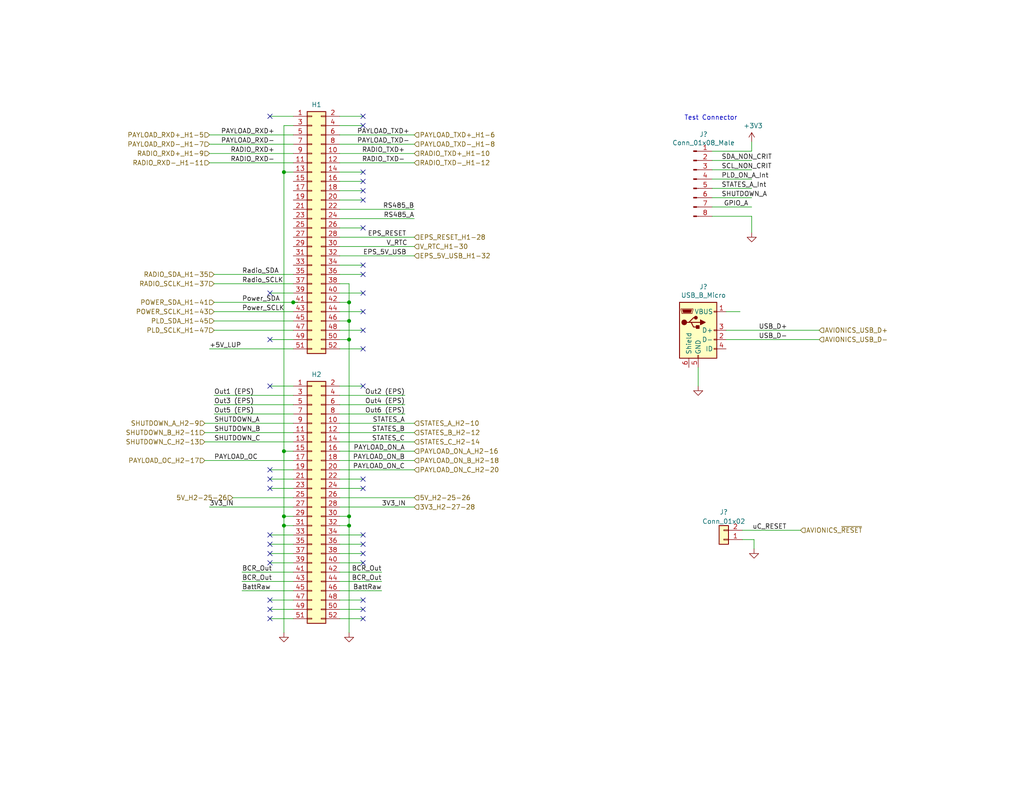
<source format=kicad_sch>
(kicad_sch (version 20211123) (generator eeschema)
  (paper "A")
  (title_block (title "Avionics Board") (rev "A") (company "SilverSat Limited"))
  (lib_symbols
    (symbol "Avionics_Board-rescue:USB_B_Micro-Connector" (pin_names (offset 1.016))
      (property "Reference" "J" (at -5.08 11.43 0))
      (property "Value" "USB_B_Micro-Connector" (at -5.08 8.89 0))
      (symbol "USB_B_Micro-Connector_0_1"
        (rectangle (start -5.08 -7.62) (end 5.08 7.62) (stroke (width 0.254)) (fill (type background)))
        (circle (center -3.81 2.159) (radius 0.635) (stroke (width 0.254)) (fill (type outline)))
        (circle (center -0.635 3.429) (radius 0.381) (stroke (width 0.254)) (fill (type outline)))
        (rectangle (start -0.127 -7.62) (end 0.127 -6.858))
        (polyline (pts (xy -1.905 2.159) (xy 0.635 2.159)) (stroke (width 0.254)))
        (polyline (pts (xy -3.175 2.159) (xy -2.54 2.159) (xy -1.27 3.429) (xy -0.635 3.429)) (stroke (width 0.254)))
        (polyline (pts (xy -2.54 2.159) (xy -1.905 2.159) (xy -1.27 0.889) (xy 0 0.889)) (stroke (width 0.254)))
        (polyline (pts (xy 0.635 2.794) (xy 0.635 1.524) (xy 1.905 2.159) (xy 0.635 2.794)) (stroke (width 0.254)) (fill (type outline)))
        (polyline (pts (xy -4.318 5.588) (xy -1.778 5.588) (xy -2.032 4.826) (xy -4.064 4.826) (xy -4.318 5.588)) (fill (type outline)))
        (polyline (pts (xy -4.699 5.842) (xy -4.699 5.588) (xy -4.445 4.826) (xy -4.445 4.572) (xy -1.651 4.572) (xy -1.651 4.826) (xy -1.397 5.588) (xy -1.397 5.842) (xy -4.699 5.842)))
        (rectangle (start 0.254 1.27) (end -0.508 0.508) (stroke (width 0.254)) (fill (type outline)))
        (rectangle (start 5.08 -5.207) (end 4.318 -4.953))
        (rectangle (start 5.08 -2.667) (end 4.318 -2.413))
        (rectangle (start 5.08 -0.127) (end 4.318 0.127))
        (rectangle (start 5.08 4.953) (end 4.318 5.207))
      )
      (symbol "USB_B_Micro-Connector_1_1"
        (pin power_out line (at 7.62 5.08 180) (length 2.54) (name "VBUS") (number "1"))
        (pin passive line (at 7.62 -2.54 180) (length 2.54) (name "D-") (number "2"))
        (pin passive line (at 7.62 0 180) (length 2.54) (name "D+") (number "3"))
        (pin passive line (at 7.62 -5.08 180) (length 2.54) (name "ID") (number "4"))
        (pin power_out line (at 0 -10.16 90) (length 2.54) (name "GND") (number "5"))
        (pin passive line (at -2.54 -10.16 90) (length 2.54) (name "Shield") (number "6"))
      )
    )
    (symbol "Connector:Conn_01x08_Male" (pin_names (offset 1.016) hide)
      (property "Reference" "J" (at 0 10.16 0))
      (property "Value" "Conn_01x08_Male" (at 0 -12.7 0))
      (symbol "Conn_01x08_Male_1_1"
        (polyline (pts (xy 1.27 -10.16) (xy 0.8636 -10.16)) (stroke (width 0.1524)))
        (polyline (pts (xy 1.27 -7.62) (xy 0.8636 -7.62)) (stroke (width 0.1524)))
        (polyline (pts (xy 1.27 -5.08) (xy 0.8636 -5.08)) (stroke (width 0.1524)))
        (polyline (pts (xy 1.27 -2.54) (xy 0.8636 -2.54)) (stroke (width 0.1524)))
        (polyline (pts (xy 1.27 0) (xy 0.8636 0)) (stroke (width 0.1524)))
        (polyline (pts (xy 1.27 2.54) (xy 0.8636 2.54)) (stroke (width 0.1524)))
        (polyline (pts (xy 1.27 5.08) (xy 0.8636 5.08)) (stroke (width 0.1524)))
        (polyline (pts (xy 1.27 7.62) (xy 0.8636 7.62)) (stroke (width 0.1524)))
        (rectangle (start 0.8636 -10.033) (end 0 -10.287) (stroke (width 0.1524)) (fill (type outline)))
        (rectangle (start 0.8636 -7.493) (end 0 -7.747) (stroke (width 0.1524)) (fill (type outline)))
        (rectangle (start 0.8636 -4.953) (end 0 -5.207) (stroke (width 0.1524)) (fill (type outline)))
        (rectangle (start 0.8636 -2.413) (end 0 -2.667) (stroke (width 0.1524)) (fill (type outline)))
        (rectangle (start 0.8636 0.127) (end 0 -0.127) (stroke (width 0.1524)) (fill (type outline)))
        (rectangle (start 0.8636 2.667) (end 0 2.413) (stroke (width 0.1524)) (fill (type outline)))
        (rectangle (start 0.8636 5.207) (end 0 4.953) (stroke (width 0.1524)) (fill (type outline)))
        (rectangle (start 0.8636 7.747) (end 0 7.493) (stroke (width 0.1524)) (fill (type outline)))
        (pin passive line (at 5.08 7.62 180) (length 3.81) (name "Pin_1") (number "1"))
        (pin passive line (at 5.08 5.08 180) (length 3.81) (name "Pin_2") (number "2"))
        (pin passive line (at 5.08 2.54 180) (length 3.81) (name "Pin_3") (number "3"))
        (pin passive line (at 5.08 0 180) (length 3.81) (name "Pin_4") (number "4"))
        (pin passive line (at 5.08 -2.54 180) (length 3.81) (name "Pin_5") (number "5"))
        (pin passive line (at 5.08 -5.08 180) (length 3.81) (name "Pin_6") (number "6"))
        (pin passive line (at 5.08 -7.62 180) (length 3.81) (name "Pin_7") (number "7"))
        (pin passive line (at 5.08 -10.16 180) (length 3.81) (name "Pin_8") (number "8"))
      )
    )
    (symbol "Connector_Generic:Conn_01x02" (pin_names (offset 1.016) hide)
      (property "Reference" "J" (at 0 2.54 0))
      (property "Value" "Conn_01x02" (at 0 -5.08 0))
      (symbol "Conn_01x02_1_1"
        (rectangle (start -1.27 -2.413) (end 0 -2.667) (stroke (width 0.1524)))
        (rectangle (start -1.27 0.127) (end 0 -0.127) (stroke (width 0.1524)))
        (rectangle (start -1.27 1.27) (end 1.27 -3.81) (stroke (width 0.254)) (fill (type background)))
        (pin passive line (at -5.08 0 0) (length 3.81) (name "Pin_1") (number "1"))
        (pin passive line (at -5.08 -2.54 0) (length 3.81) (name "Pin_2") (number "2"))
      )
    )
    (symbol "Connector_Generic:Conn_02x26_Odd_Even" (pin_names (offset 1.016) hide)
      (property "Reference" "J" (at 1.27 33.02 0))
      (property "Value" "Conn_02x26_Odd_Even" (at 1.27 -35.56 0))
      (symbol "Conn_02x26_Odd_Even_1_1"
        (rectangle (start -1.27 -32.893) (end 0 -33.147) (stroke (width 0.1524)))
        (rectangle (start -1.27 -30.353) (end 0 -30.607) (stroke (width 0.1524)))
        (rectangle (start -1.27 -27.813) (end 0 -28.067) (stroke (width 0.1524)))
        (rectangle (start -1.27 -25.273) (end 0 -25.527) (stroke (width 0.1524)))
        (rectangle (start -1.27 -22.733) (end 0 -22.987) (stroke (width 0.1524)))
        (rectangle (start -1.27 -20.193) (end 0 -20.447) (stroke (width 0.1524)))
        (rectangle (start -1.27 -17.653) (end 0 -17.907) (stroke (width 0.1524)))
        (rectangle (start -1.27 -15.113) (end 0 -15.367) (stroke (width 0.1524)))
        (rectangle (start -1.27 -12.573) (end 0 -12.827) (stroke (width 0.1524)))
        (rectangle (start -1.27 -10.033) (end 0 -10.287) (stroke (width 0.1524)))
        (rectangle (start -1.27 -7.493) (end 0 -7.747) (stroke (width 0.1524)))
        (rectangle (start -1.27 -4.953) (end 0 -5.207) (stroke (width 0.1524)))
        (rectangle (start -1.27 -2.413) (end 0 -2.667) (stroke (width 0.1524)))
        (rectangle (start -1.27 0.127) (end 0 -0.127) (stroke (width 0.1524)))
        (rectangle (start -1.27 2.667) (end 0 2.413) (stroke (width 0.1524)))
        (rectangle (start -1.27 5.207) (end 0 4.953) (stroke (width 0.1524)))
        (rectangle (start -1.27 7.747) (end 0 7.493) (stroke (width 0.1524)))
        (rectangle (start -1.27 10.287) (end 0 10.033) (stroke (width 0.1524)))
        (rectangle (start -1.27 12.827) (end 0 12.573) (stroke (width 0.1524)))
        (rectangle (start -1.27 15.367) (end 0 15.113) (stroke (width 0.1524)))
        (rectangle (start -1.27 17.907) (end 0 17.653) (stroke (width 0.1524)))
        (rectangle (start -1.27 20.447) (end 0 20.193) (stroke (width 0.1524)))
        (rectangle (start -1.27 22.987) (end 0 22.733) (stroke (width 0.1524)))
        (rectangle (start -1.27 25.527) (end 0 25.273) (stroke (width 0.1524)))
        (rectangle (start -1.27 28.067) (end 0 27.813) (stroke (width 0.1524)))
        (rectangle (start -1.27 30.607) (end 0 30.353) (stroke (width 0.1524)))
        (rectangle (start -1.27 31.75) (end 3.81 -34.29) (stroke (width 0.254)) (fill (type background)))
        (rectangle (start 3.81 -32.893) (end 2.54 -33.147) (stroke (width 0.1524)))
        (rectangle (start 3.81 -30.353) (end 2.54 -30.607) (stroke (width 0.1524)))
        (rectangle (start 3.81 -27.813) (end 2.54 -28.067) (stroke (width 0.1524)))
        (rectangle (start 3.81 -25.273) (end 2.54 -25.527) (stroke (width 0.1524)))
        (rectangle (start 3.81 -22.733) (end 2.54 -22.987) (stroke (width 0.1524)))
        (rectangle (start 3.81 -20.193) (end 2.54 -20.447) (stroke (width 0.1524)))
        (rectangle (start 3.81 -17.653) (end 2.54 -17.907) (stroke (width 0.1524)))
        (rectangle (start 3.81 -15.113) (end 2.54 -15.367) (stroke (width 0.1524)))
        (rectangle (start 3.81 -12.573) (end 2.54 -12.827) (stroke (width 0.1524)))
        (rectangle (start 3.81 -10.033) (end 2.54 -10.287) (stroke (width 0.1524)))
        (rectangle (start 3.81 -7.493) (end 2.54 -7.747) (stroke (width 0.1524)))
        (rectangle (start 3.81 -4.953) (end 2.54 -5.207) (stroke (width 0.1524)))
        (rectangle (start 3.81 -2.413) (end 2.54 -2.667) (stroke (width 0.1524)))
        (rectangle (start 3.81 0.127) (end 2.54 -0.127) (stroke (width 0.1524)))
        (rectangle (start 3.81 2.667) (end 2.54 2.413) (stroke (width 0.1524)))
        (rectangle (start 3.81 5.207) (end 2.54 4.953) (stroke (width 0.1524)))
        (rectangle (start 3.81 7.747) (end 2.54 7.493) (stroke (width 0.1524)))
        (rectangle (start 3.81 10.287) (end 2.54 10.033) (stroke (width 0.1524)))
        (rectangle (start 3.81 12.827) (end 2.54 12.573) (stroke (width 0.1524)))
        (rectangle (start 3.81 15.367) (end 2.54 15.113) (stroke (width 0.1524)))
        (rectangle (start 3.81 17.907) (end 2.54 17.653) (stroke (width 0.1524)))
        (rectangle (start 3.81 20.447) (end 2.54 20.193) (stroke (width 0.1524)))
        (rectangle (start 3.81 22.987) (end 2.54 22.733) (stroke (width 0.1524)))
        (rectangle (start 3.81 25.527) (end 2.54 25.273) (stroke (width 0.1524)))
        (rectangle (start 3.81 28.067) (end 2.54 27.813) (stroke (width 0.1524)))
        (rectangle (start 3.81 30.607) (end 2.54 30.353) (stroke (width 0.1524)))
        (pin passive line (at -5.08 30.48 0) (length 3.81) (name "Pin_1") (number "1"))
        (pin passive line (at 7.62 20.32 180) (length 3.81) (name "Pin_10") (number "10"))
        (pin passive line (at -5.08 17.78 0) (length 3.81) (name "Pin_11") (number "11"))
        (pin passive line (at 7.62 17.78 180) (length 3.81) (name "Pin_12") (number "12"))
        (pin passive line (at -5.08 15.24 0) (length 3.81) (name "Pin_13") (number "13"))
        (pin passive line (at 7.62 15.24 180) (length 3.81) (name "Pin_14") (number "14"))
        (pin passive line (at -5.08 12.7 0) (length 3.81) (name "Pin_15") (number "15"))
        (pin passive line (at 7.62 12.7 180) (length 3.81) (name "Pin_16") (number "16"))
        (pin passive line (at -5.08 10.16 0) (length 3.81) (name "Pin_17") (number "17"))
        (pin passive line (at 7.62 10.16 180) (length 3.81) (name "Pin_18") (number "18"))
        (pin passive line (at -5.08 7.62 0) (length 3.81) (name "Pin_19") (number "19"))
        (pin passive line (at 7.62 30.48 180) (length 3.81) (name "Pin_2") (number "2"))
        (pin passive line (at 7.62 7.62 180) (length 3.81) (name "Pin_20") (number "20"))
        (pin passive line (at -5.08 5.08 0) (length 3.81) (name "Pin_21") (number "21"))
        (pin passive line (at 7.62 5.08 180) (length 3.81) (name "Pin_22") (number "22"))
        (pin passive line (at -5.08 2.54 0) (length 3.81) (name "Pin_23") (number "23"))
        (pin passive line (at 7.62 2.54 180) (length 3.81) (name "Pin_24") (number "24"))
        (pin passive line (at -5.08 0 0) (length 3.81) (name "Pin_25") (number "25"))
        (pin passive line (at 7.62 0 180) (length 3.81) (name "Pin_26") (number "26"))
        (pin passive line (at -5.08 -2.54 0) (length 3.81) (name "Pin_27") (number "27"))
        (pin passive line (at 7.62 -2.54 180) (length 3.81) (name "Pin_28") (number "28"))
        (pin passive line (at -5.08 -5.08 0) (length 3.81) (name "Pin_29") (number "29"))
        (pin passive line (at -5.08 27.94 0) (length 3.81) (name "Pin_3") (number "3"))
        (pin passive line (at 7.62 -5.08 180) (length 3.81) (name "Pin_30") (number "30"))
        (pin passive line (at -5.08 -7.62 0) (length 3.81) (name "Pin_31") (number "31"))
        (pin passive line (at 7.62 -7.62 180) (length 3.81) (name "Pin_32") (number "32"))
        (pin passive line (at -5.08 -10.16 0) (length 3.81) (name "Pin_33") (number "33"))
        (pin passive line (at 7.62 -10.16 180) (length 3.81) (name "Pin_34") (number "34"))
        (pin passive line (at -5.08 -12.7 0) (length 3.81) (name "Pin_35") (number "35"))
        (pin passive line (at 7.62 -12.7 180) (length 3.81) (name "Pin_36") (number "36"))
        (pin passive line (at -5.08 -15.24 0) (length 3.81) (name "Pin_37") (number "37"))
        (pin passive line (at 7.62 -15.24 180) (length 3.81) (name "Pin_38") (number "38"))
        (pin passive line (at -5.08 -17.78 0) (length 3.81) (name "Pin_39") (number "39"))
        (pin passive line (at 7.62 27.94 180) (length 3.81) (name "Pin_4") (number "4"))
        (pin passive line (at 7.62 -17.78 180) (length 3.81) (name "Pin_40") (number "40"))
        (pin passive line (at -5.08 -20.32 0) (length 3.81) (name "Pin_41") (number "41"))
        (pin passive line (at 7.62 -20.32 180) (length 3.81) (name "Pin_42") (number "42"))
        (pin passive line (at -5.08 -22.86 0) (length 3.81) (name "Pin_43") (number "43"))
        (pin passive line (at 7.62 -22.86 180) (length 3.81) (name "Pin_44") (number "44"))
        (pin passive line (at -5.08 -25.4 0) (length 3.81) (name "Pin_45") (number "45"))
        (pin passive line (at 7.62 -25.4 180) (length 3.81) (name "Pin_46") (number "46"))
        (pin passive line (at -5.08 -27.94 0) (length 3.81) (name "Pin_47") (number "47"))
        (pin passive line (at 7.62 -27.94 180) (length 3.81) (name "Pin_48") (number "48"))
        (pin passive line (at -5.08 -30.48 0) (length 3.81) (name "Pin_49") (number "49"))
        (pin passive line (at -5.08 25.4 0) (length 3.81) (name "Pin_5") (number "5"))
        (pin passive line (at 7.62 -30.48 180) (length 3.81) (name "Pin_50") (number "50"))
        (pin passive line (at -5.08 -33.02 0) (length 3.81) (name "Pin_51") (number "51"))
        (pin passive line (at 7.62 -33.02 180) (length 3.81) (name "Pin_52") (number "52"))
        (pin passive line (at 7.62 25.4 180) (length 3.81) (name "Pin_6") (number "6"))
        (pin passive line (at -5.08 22.86 0) (length 3.81) (name "Pin_7") (number "7"))
        (pin passive line (at 7.62 22.86 180) (length 3.81) (name "Pin_8") (number "8"))
        (pin passive line (at -5.08 20.32 0) (length 3.81) (name "Pin_9") (number "9"))
      )
    )
    (symbol "power:+3.3V" (power) (pin_names (offset 0))
      (property "Value" "+3.3V" (at 0 3.556 0))
      (symbol "+3.3V_0_1"
        (polyline (pts (xy -0.762 1.27) (xy 0 2.54)))
        (polyline (pts (xy 0 0) (xy 0 2.54)))
        (polyline (pts (xy 0 2.54) (xy 0.762 1.27)))
      )
      (symbol "+3.3V_1_1"
        (pin power_in line (at 0 0 90) (length 0) hide (name "+3V3") (number "1"))
      )
    )
    (symbol "power:GND" (power) (pin_names (offset 0))
      (property "Value" "GND" (at 0 -3.81 0))
      (symbol "GND_0_1"
        (polyline (pts (xy 0 0) (xy 0 -1.27) (xy 1.27 -1.27) (xy 0 -2.54) (xy -1.27 -1.27) (xy 0 -1.27)))
      )
      (symbol "GND_1_1"
        (pin power_in line (at 0 0 270) (length 0) hide (name "GND") (number "1"))
      )
    )
  )
  (junction (at 77.47 46.99))
  (junction (at 95.25 143.51))
  (junction (at 77.47 143.51))
  (junction (at 80.01 82.55))
  (junction (at 77.47 140.97))
  (junction (at 95.25 87.63))
  (junction (at 95.25 92.71))
  (junction (at 95.25 82.55))
  (junction (at 77.47 123.19))
  (junction (at 95.25 140.97))
  (no_connect (at 99.06 46.99))
  (no_connect (at 73.66 130.81))
  (no_connect (at 99.06 151.13))
  (no_connect (at 99.06 49.53))
  (no_connect (at 73.66 168.91))
  (no_connect (at 73.66 105.41))
  (no_connect (at 99.06 90.17))
  (no_connect (at 99.06 153.67))
  (no_connect (at 99.06 62.23))
  (no_connect (at 99.06 74.93))
  (no_connect (at 99.06 163.83))
  (no_connect (at 73.66 146.05))
  (no_connect (at 99.06 146.05))
  (no_connect (at 99.06 52.07))
  (no_connect (at 73.66 153.67))
  (no_connect (at 99.06 85.09))
  (no_connect (at 73.66 166.37))
  (no_connect (at 99.06 148.59))
  (no_connect (at 99.06 130.81))
  (no_connect (at 99.06 31.75))
  (no_connect (at 73.66 92.71))
  (no_connect (at 99.06 54.61))
  (no_connect (at 73.66 133.35))
  (no_connect (at 99.06 95.25))
  (no_connect (at 73.66 151.13))
  (no_connect (at 73.66 148.59))
  (no_connect (at 99.06 105.41))
  (no_connect (at 73.66 128.27))
  (no_connect (at 99.06 133.35))
  (no_connect (at 99.06 168.91))
  (no_connect (at 73.66 80.01))
  (no_connect (at 99.06 72.39))
  (no_connect (at 73.66 163.83))
  (no_connect (at 99.06 34.29))
  (no_connect (at 73.66 31.75))
  (no_connect (at 99.06 166.37))
  (no_connect (at 99.06 80.01))
  (wire (pts (xy 92.71 113.03) (xy 110.49 113.03)))
  (wire (pts (xy 95.25 140.97) (xy 95.25 143.51)))
  (wire (pts (xy 92.71 120.65) (xy 113.03 120.65)))
  (wire (pts (xy 73.66 166.37) (xy 80.01 166.37)))
  (wire (pts (xy 57.15 36.83) (xy 80.01 36.83)))
  (wire (pts (xy 77.47 143.51) (xy 80.01 143.51)))
  (wire (pts (xy 77.47 123.19) (xy 77.47 140.97)))
  (wire (pts (xy 92.71 118.11) (xy 113.03 118.11)))
  (wire (pts (xy 92.71 34.29) (xy 99.06 34.29)))
  (wire (pts (xy 58.42 85.09) (xy 80.01 85.09)))
  (wire (pts (xy 198.12 92.71) (xy 223.52 92.71)))
  (wire (pts (xy 73.66 163.83) (xy 80.01 163.83)))
  (wire (pts (xy 92.71 52.07) (xy 99.06 52.07)))
  (wire (pts (xy 194.31 59.055) (xy 205.105 59.055)))
  (wire (pts (xy 73.66 92.71) (xy 80.01 92.71)))
  (wire (pts (xy 73.66 153.67) (xy 80.01 153.67)))
  (wire (pts (xy 73.66 128.27) (xy 80.01 128.27)))
  (wire (pts (xy 92.71 67.31) (xy 113.03 67.31)))
  (wire (pts (xy 73.66 146.05) (xy 80.01 146.05)))
  (wire (pts (xy 58.42 107.95) (xy 80.01 107.95)))
  (wire (pts (xy 77.47 140.97) (xy 80.01 140.97)))
  (wire (pts (xy 95.25 82.55) (xy 95.25 87.63)))
  (wire (pts (xy 194.31 48.895) (xy 205.105 48.895)))
  (wire (pts (xy 66.04 161.29) (xy 80.01 161.29)))
  (wire (pts (xy 66.04 156.21) (xy 80.01 156.21)))
  (wire (pts (xy 81.28 82.55) (xy 80.01 82.55)))
  (wire (pts (xy 92.71 74.93) (xy 99.06 74.93)))
  (wire (pts (xy 92.71 36.83) (xy 113.03 36.83)))
  (wire (pts (xy 92.71 95.25) (xy 99.06 95.25)))
  (wire (pts (xy 92.71 143.51) (xy 95.25 143.51)))
  (wire (pts (xy 92.71 168.91) (xy 99.06 168.91)))
  (wire (pts (xy 92.71 54.61) (xy 99.06 54.61)))
  (wire (pts (xy 92.71 77.47) (xy 95.25 77.47)))
  (wire (pts (xy 77.47 34.29) (xy 80.01 34.29)))
  (wire (pts (xy 92.71 158.75) (xy 104.14 158.75)))
  (wire (pts (xy 58.42 82.55) (xy 80.01 82.55)))
  (wire (pts (xy 73.66 31.75) (xy 80.01 31.75)))
  (wire (pts (xy 92.71 72.39) (xy 99.06 72.39)))
  (wire (pts (xy 202.565 147.32) (xy 205.74 147.32)))
  (wire (pts (xy 73.66 133.35) (xy 80.01 133.35)))
  (wire (pts (xy 57.15 95.25) (xy 80.01 95.25)))
  (wire (pts (xy 58.42 113.03) (xy 80.01 113.03)))
  (wire (pts (xy 92.71 163.83) (xy 99.06 163.83)))
  (wire (pts (xy 73.66 148.59) (xy 80.01 148.59)))
  (wire (pts (xy 92.71 44.45) (xy 113.03 44.45)))
  (wire (pts (xy 77.47 46.99) (xy 77.47 123.19)))
  (wire (pts (xy 92.71 133.35) (xy 99.06 133.35)))
  (wire (pts (xy 63.5 135.89) (xy 80.01 135.89)))
  (wire (pts (xy 92.71 151.13) (xy 99.06 151.13)))
  (wire (pts (xy 92.71 110.49) (xy 110.49 110.49)))
  (wire (pts (xy 57.15 39.37) (xy 80.01 39.37)))
  (wire (pts (xy 92.71 115.57) (xy 113.03 115.57)))
  (wire (pts (xy 205.105 38.735) (xy 205.105 41.275)))
  (wire (pts (xy 95.25 77.47) (xy 95.25 82.55)))
  (wire (pts (xy 66.04 158.75) (xy 80.01 158.75)))
  (wire (pts (xy 92.71 46.99) (xy 99.06 46.99)))
  (wire (pts (xy 198.12 90.17) (xy 223.52 90.17)))
  (wire (pts (xy 92.71 69.85) (xy 113.03 69.85)))
  (wire (pts (xy 58.42 110.49) (xy 80.01 110.49)))
  (wire (pts (xy 73.66 105.41) (xy 80.01 105.41)))
  (wire (pts (xy 92.71 41.91) (xy 113.03 41.91)))
  (wire (pts (xy 92.71 31.75) (xy 99.06 31.75)))
  (wire (pts (xy 194.31 51.435) (xy 205.105 51.435)))
  (wire (pts (xy 55.88 115.57) (xy 80.01 115.57)))
  (wire (pts (xy 92.71 130.81) (xy 99.06 130.81)))
  (wire (pts (xy 92.71 59.69) (xy 113.03 59.69)))
  (wire (pts (xy 92.71 64.77) (xy 113.03 64.77)))
  (wire (pts (xy 57.15 44.45) (xy 80.01 44.45)))
  (wire (pts (xy 92.71 138.43) (xy 113.03 138.43)))
  (wire (pts (xy 194.31 46.355) (xy 205.105 46.355)))
  (wire (pts (xy 92.71 82.55) (xy 95.25 82.55)))
  (wire (pts (xy 77.47 123.19) (xy 80.01 123.19)))
  (wire (pts (xy 92.71 57.15) (xy 113.03 57.15)))
  (wire (pts (xy 73.66 80.01) (xy 80.01 80.01)))
  (wire (pts (xy 99.06 105.41) (xy 92.71 105.41)))
  (wire (pts (xy 77.47 143.51) (xy 77.47 172.72)))
  (wire (pts (xy 73.66 130.81) (xy 80.01 130.81)))
  (wire (pts (xy 77.47 34.29) (xy 77.47 46.99)))
  (wire (pts (xy 92.71 128.27) (xy 113.03 128.27)))
  (wire (pts (xy 73.66 151.13) (xy 80.01 151.13)))
  (wire (pts (xy 58.42 77.47) (xy 80.01 77.47)))
  (wire (pts (xy 55.88 118.11) (xy 80.01 118.11)))
  (wire (pts (xy 198.12 85.09) (xy 201.93 85.09)))
  (wire (pts (xy 190.5 100.33) (xy 190.5 105.41)))
  (wire (pts (xy 57.15 138.43) (xy 80.01 138.43)))
  (wire (pts (xy 205.105 59.055) (xy 205.105 63.5)))
  (wire (pts (xy 95.25 92.71) (xy 95.25 140.97)))
  (wire (pts (xy 55.88 120.65) (xy 80.01 120.65)))
  (wire (pts (xy 92.71 49.53) (xy 99.06 49.53)))
  (wire (pts (xy 194.31 41.275) (xy 205.105 41.275)))
  (wire (pts (xy 58.42 90.17) (xy 80.01 90.17)))
  (wire (pts (xy 73.66 168.91) (xy 80.01 168.91)))
  (wire (pts (xy 92.71 148.59) (xy 99.06 148.59)))
  (wire (pts (xy 194.31 53.975) (xy 205.105 53.975)))
  (wire (pts (xy 92.71 39.37) (xy 113.03 39.37)))
  (wire (pts (xy 92.71 135.89) (xy 113.03 135.89)))
  (wire (pts (xy 194.31 56.515) (xy 205.105 56.515)))
  (wire (pts (xy 92.71 80.01) (xy 99.06 80.01)))
  (wire (pts (xy 202.565 144.78) (xy 218.44 144.78)))
  (wire (pts (xy 55.88 125.73) (xy 80.01 125.73)))
  (wire (pts (xy 92.71 161.29) (xy 104.14 161.29)))
  (wire (pts (xy 92.71 166.37) (xy 99.06 166.37)))
  (wire (pts (xy 194.31 43.815) (xy 205.105 43.815)))
  (wire (pts (xy 95.25 87.63) (xy 95.25 92.71)))
  (wire (pts (xy 92.71 123.19) (xy 113.03 123.19)))
  (wire (pts (xy 77.47 140.97) (xy 77.47 143.51)))
  (wire (pts (xy 92.71 156.21) (xy 104.14 156.21)))
  (wire (pts (xy 92.71 90.17) (xy 99.06 90.17)))
  (wire (pts (xy 92.71 140.97) (xy 95.25 140.97)))
  (wire (pts (xy 92.71 87.63) (xy 95.25 87.63)))
  (wire (pts (xy 95.25 143.51) (xy 95.25 172.72)))
  (wire (pts (xy 92.71 62.23) (xy 99.06 62.23)))
  (wire (pts (xy 92.71 107.95) (xy 110.49 107.95)))
  (wire (pts (xy 92.71 146.05) (xy 99.06 146.05)))
  (wire (pts (xy 205.74 147.32) (xy 205.74 149.86)))
  (wire (pts (xy 58.42 74.93) (xy 80.01 74.93)))
  (wire (pts (xy 92.71 125.73) (xy 113.03 125.73)))
  (wire (pts (xy 92.71 85.09) (xy 99.06 85.09)))
  (wire (pts (xy 92.71 153.67) (xy 99.06 153.67)))
  (wire (pts (xy 58.42 87.63) (xy 80.01 87.63)))
  (wire (pts (xy 77.47 46.99) (xy 80.01 46.99)))
  (wire (pts (xy 57.15 41.91) (xy 80.01 41.91)))
  (wire (pts (xy 92.71 92.71) (xy 95.25 92.71)))
  (text "Test Connector" (at 186.69 33.02 0) (effects (font (size 1.27 1.27)) (justify left bottom)))
  (label "BCR_Out" (at 66.04 156.21 0))
  (label "RADIO_TXD-" (at 110.49 44.45 180))
  (label "PAYLOAD_OC" (at 58.42 125.73 0))
  (label "PAYLOAD_ON_B" (at 110.49 125.73 180))
  (label "STATES_C" (at 110.49 120.65 180))
  (label "Out6 (EPS)" (at 110.49 113.03 180))
  (label "Out5 (EPS)" (at 58.42 113.03 0))
  (label "Out1 (EPS)" (at 58.42 107.95 0))
  (label "PAYLOAD_ON_A" (at 110.49 123.19 180))
  (label "PAYLOAD_RXD-" (at 74.93 39.37 180))
  (label "BattRaw" (at 104.14 161.29 180))
  (label "3V3_IN" (at 57.15 138.43 0))
  (label "PAYLOAD_TXD+" (at 111.76 36.83 180))
  (label "SHUTDOWN_C" (at 58.42 120.65 0))
  (label "GPIO_A" (at 197.485 56.515 0))
  (label "RADIO_RXD+" (at 74.93 41.91 180))
  (label "SHUTDOWN_B" (at 58.42 118.11 0))
  (label "Radio_SDA" (at 66.04 74.93 0))
  (label "RADIO_RXD-" (at 74.93 44.45 180))
  (label "Radio_SCLK" (at 66.04 77.47 0))
  (label "BCR_Out" (at 104.14 158.75 180))
  (label "BattRaw" (at 66.04 161.29 0))
  (label "SHUTDOWN_A" (at 196.85 53.975 0))
  (label "BCR_Out" (at 104.14 156.21 180))
  (label "USB_D-" (at 207.01 92.71 0))
  (label "PAYLOAD_TXD-" (at 111.76 39.37 180))
  (label "BCR_Out" (at 66.04 158.75 0))
  (label "Out3 (EPS)" (at 58.42 110.49 0))
  (label "3V3_IN" (at 104.14 138.43 0))
  (label "Power_SCLK" (at 66.04 85.09 0))
  (label "+5V_LUP" (at 57.15 95.25 0))
  (label "RS485_A" (at 113.03 59.69 180))
  (label "PAYLOAD_ON_C" (at 110.49 128.27 180))
  (label "Out4 (EPS)" (at 110.49 110.49 180))
  (label "USB_D+" (at 207.01 90.17 0))
  (label "STATES_A" (at 110.49 115.57 180))
  (label "RS485_B" (at 113.03 57.15 180))
  (label "RADIO_TXD+" (at 110.49 41.91 180))
  (label "EPS_5V_USB" (at 99.06 69.85 0))
  (label "SCL_NON_CRIT" (at 196.85 46.355 0))
  (label "PAYLOAD_RXD+" (at 74.93 36.83 180))
  (label "uC_RESET" (at 214.63 144.78 180))
  (label "SDA_NON_CRIT" (at 196.85 43.815 0))
  (label "PLD_ON_A_Int" (at 196.85 48.895 0))
  (label "EPS_RESET" (at 100.33 64.77 0))
  (label "V_RTC" (at 105.41 67.31 0))
  (label "Power_SDA" (at 66.04 82.55 0))
  (label "STATES_A_Int" (at 196.85 51.435 0))
  (label "Out2 (EPS)" (at 110.49 107.95 180))
  (label "SHUTDOWN_A" (at 58.42 115.57 0))
  (label "STATES_B" (at 110.49 118.11 180))
  (hierarchical_label "PAYLOAD_ON_C_H2-20" (shape input) (at 113.03 128.27 0))
  (hierarchical_label "RADIO_SCLK_H1-37" (shape input) (at 58.42 77.47 180))
  (hierarchical_label "PAYLOAD_TXD-_H1-8" (shape input) (at 113.03 39.37 0))
  (hierarchical_label "SHUTDOWN_B_H2-11" (shape input) (at 55.88 118.11 180))
  (hierarchical_label "3V3_H2-27-28" (shape input) (at 113.03 138.43 0))
  (hierarchical_label "STATES_B_H2-12" (shape input) (at 113.03 118.11 0))
  (hierarchical_label "RADIO_RXD+_H1-9" (shape input) (at 57.15 41.91 180))
  (hierarchical_label "RADIO_SDA_H1-35" (shape input) (at 58.42 74.93 180))
  (hierarchical_label "PAYLOAD_ON_B_H2-18" (shape input) (at 113.03 125.73 0))
  (hierarchical_label "EPS_RESET_H1-28" (shape input) (at 113.03 64.77 0))
  (hierarchical_label "SHUTDOWN_A_H2-9" (shape input) (at 55.88 115.57 180))
  (hierarchical_label "AVIONICS_USB_D-" (shape input) (at 223.52 92.71 0))
  (hierarchical_label "PAYLOAD_RXD+_H1-5" (shape input) (at 57.15 36.83 180))
  (hierarchical_label "5V_H2-25-26" (shape input) (at 63.5 135.89 180))
  (hierarchical_label "EPS_5V_USB_H1-32" (shape input) (at 113.03 69.85 0))
  (hierarchical_label "STATES_C_H2-14" (shape input) (at 113.03 120.65 0))
  (hierarchical_label "RADIO_TXD+_H1-10" (shape input) (at 113.03 41.91 0))
  (hierarchical_label "RADIO_TXD-_H1-12" (shape input) (at 113.03 44.45 0))
  (hierarchical_label "SHUTDOWN_C_H2-13" (shape input) (at 55.88 120.65 180))
  (hierarchical_label "RADIO_RXD-_H1-11" (shape input) (at 57.15 44.45 180))
  (hierarchical_label "5V_H2-25-26" (shape input) (at 113.03 135.89 0))
  (hierarchical_label "POWER_SDA_H1-41" (shape input) (at 58.42 82.55 180))
  (hierarchical_label "STATES_A_H2-10" (shape input) (at 113.03 115.57 0))
  (hierarchical_label "PLD_SDA_H1-45" (shape input) (at 58.42 87.63 180))
  (hierarchical_label "POWER_SCLK_H1-43" (shape input) (at 58.42 85.09 180))
  (hierarchical_label "AVIONICS_~{RESET}" (shape input) (at 218.44 144.78 0))
  (hierarchical_label "PAYLOAD_OC_H2-17" (shape input) (at 55.88 125.73 180))
  (hierarchical_label "V_RTC_H1-30" (shape input) (at 113.03 67.31 0))
  (hierarchical_label "PAYLOAD_TXD+_H1-6" (shape input) (at 113.03 36.83 0))
  (hierarchical_label "PAYLOAD_RXD-_H1-7" (shape input) (at 57.15 39.37 180))
  (hierarchical_label "PAYLOAD_ON_A_H2-16" (shape input) (at 113.03 123.19 0))
  (hierarchical_label "AVIONICS_USB_D+" (shape input) (at 223.52 90.17 0))
  (hierarchical_label "PLD_SCLK_H1-47" (shape input) (at 58.42 90.17 180))
  (symbol (lib_id "Connector_Generic:Conn_02x26_Odd_Even") (at 85.09 62.23 0) (unit 1)
    (property "Reference" "H1" (at 86.36 28.575 0))
    (property "Value" "Conn_02x26_Odd_Even" (effects hide))
  )
  (symbol (lib_id "Connector_Generic:Conn_02x26_Odd_Even") (at 85.09 135.89 0) (unit 1)
    (property "Reference" "H2" (at 86.36 102.235 0))
    (property "Value" "Conn_02x26_Odd_Even" (effects hide))
  )
  (symbol (lib_id "power:GND") (at 190.5 105.41 0) (unit 1)
    (property "Reference" "#PWR?" (effects hide))
    (property "Value" "GND" (effects hide))
  )
  (symbol (lib_id "power:GND") (at 95.25 172.72 0) (unit 1)
    (property "Reference" "#PWR?" (effects hide))
    (property "Value" "GND" (effects hide))
  )
  (symbol (lib_id "Connector_Generic:Conn_01x02") (at 197.485 147.32 180) (unit 1)
    (property "Reference" "J?" (at 197.485 139.8102 0))
    (property "Value" "Conn_01x02" (at 197.485 142.3471 0))
    (property "Footprint" "Connector_PinHeader_2.54mm:PinHeader_1x02_P2.54mm_Vertical" (effects hide))
  )
  (symbol (lib_id "Connector:Conn_01x08_Male") (at 189.23 48.895 0) (unit 1)
    (property "Reference" "J?" (at 191.9732 36.6776 0))
    (property "Value" "Conn_01x08_Male" (at 191.9732 38.989 0))
    (property "Footprint" "Connector_PinHeader_2.54mm:PinHeader_1x08_P2.54mm_Vertical" (effects hide))
  )
  (symbol (lib_id "power:GND") (at 205.74 149.86 0) (unit 1)
    (property "Reference" "#PWR?" (effects hide))
    (property "Value" "GND" (effects hide))
  )
  (symbol (lib_id "Avionics_Board-rescue:USB_B_Micro-Connector") (at 190.5 90.17 0) (unit 1)
    (property "Reference" "J?" (at 191.9478 78.3082 0))
    (property "Value" "USB_B_Micro" (at 191.9478 80.6196 0))
    (property "Footprint" "Connector_USB:USB_Micro-B_Molex-105017-0001" (effects hide))
    (property "Part_Number" "105017-0001" (effects hide))
    (property "Manufacturer" "Molex" (effects hide))
  )
  (symbol (lib_id "power:GND") (at 77.47 172.72 0) (unit 1)
    (property "Reference" "#PWR?" (effects hide))
    (property "Value" "GND" (effects hide))
  )
  (symbol (lib_id "power:+3.3V") (at 205.105 38.735 0) (unit 1)
    (property "Reference" "#PWR?" (effects hide))
    (property "Value" "+3.3V" (at 205.486 34.3408 0))
  )
  (symbol (lib_id "power:GND") (at 205.105 63.5 0) (unit 1)
    (property "Reference" "#PWR?" (effects hide))
    (property "Value" "GND" (effects hide))
  )
)
</source>
